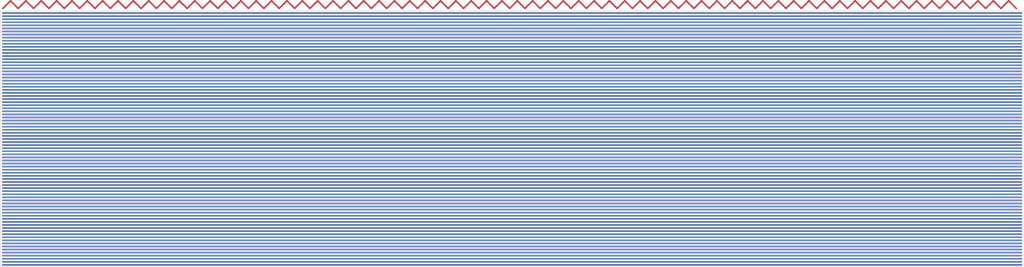
<source format=kicad_pcb>
(kicad_pcb
	(version 20240108)
	(generator "pcbnew")
	(generator_version "8.0")
	(general
		(thickness 1.58)
		(legacy_teardrops no)
	)
	(paper "A4")
	(layers
		(0 "F.Cu" signal)
		(31 "B.Cu" signal)
		(38 "B.Mask" user)
		(39 "F.Mask" user)
		(40 "Dwgs.User" user "User.Drawings")
		(41 "Cmts.User" user "User.Comments")
		(42 "Eco1.User" user "User.Eco1")
		(43 "Eco2.User" user "User.Eco2")
		(44 "Edge.Cuts" user)
		(45 "Margin" user)
		(46 "B.CrtYd" user "B.Courtyard")
		(47 "F.CrtYd" user "F.Courtyard")
		(50 "User.1" user)
		(51 "User.2" user)
		(52 "User.3" user)
		(53 "User.4" user)
		(54 "User.5" user)
		(55 "User.6" user)
		(56 "User.7" user)
		(57 "User.8" user)
		(58 "User.9" user)
	)
	(setup
		(stackup
			(layer "F.Cu"
				(type "copper")
				(thickness 0.035)
			)
			(layer "dielectric 1"
				(type "core")
				(color "Polyimide")
				(thickness 1.51)
				(material "Polyimide")
				(epsilon_r 3.2)
				(loss_tangent 0.004)
			)
			(layer "B.Cu"
				(type "copper")
				(thickness 0.035)
			)
			(copper_finish "None")
			(dielectric_constraints no)
		)
		(pad_to_mask_clearance 0)
		(allow_soldermask_bridges_in_footprints no)
		(pcbplotparams
			(layerselection 0x0001000_7fffffff)
			(plot_on_all_layers_selection 0x0000000_00000000)
			(disableapertmacros no)
			(usegerberextensions no)
			(usegerberattributes yes)
			(usegerberadvancedattributes yes)
			(creategerberjobfile yes)
			(dashed_line_dash_ratio 12.000000)
			(dashed_line_gap_ratio 3.000000)
			(svgprecision 4)
			(plotframeref no)
			(viasonmask no)
			(mode 1)
			(useauxorigin no)
			(hpglpennumber 1)
			(hpglpenspeed 20)
			(hpglpendiameter 15.000000)
			(pdf_front_fp_property_popups yes)
			(pdf_back_fp_property_popups yes)
			(dxfpolygonmode yes)
			(dxfimperialunits yes)
			(dxfusepcbnewfont yes)
			(psnegative no)
			(psa4output no)
			(plotreference yes)
			(plotvalue yes)
			(plotfptext yes)
			(plotinvisibletext no)
			(sketchpadsonfab no)
			(subtractmaskfromsilk no)
			(outputformat 1)
			(mirror no)
			(drillshape 0)
			(scaleselection 1)
			(outputdirectory "")
		)
	)
	(net 0 "")
	(gr_rect
		(start 155.55 80)
		(end 156.45 105)
		(stroke
			(width 0)
			(type solid)
		)
		(fill solid)
		(layer "F.Mask")
		(uuid "02629e1b-7ff5-43c5-8cfa-ca0ae80b0188")
	)
	(gr_rect
		(start 106.55 80)
		(end 107.45 105)
		(stroke
			(width 0)
			(type solid)
		)
		(fill solid)
		(layer "F.Mask")
		(uuid "03cc74fa-8200-4dd2-9fa1-27285e2547c5")
	)
	(gr_rect
		(start 104.55 80)
		(end 105.45 105)
		(stroke
			(width 0)
			(type solid)
		)
		(fill solid)
		(layer "F.Mask")
		(uuid "046e38f5-97be-4f2f-ac5c-82758a9fdcc2")
	)
	(gr_rect
		(start 185.55 80)
		(end 186.45 105)
		(stroke
			(width 0)
			(type solid)
		)
		(fill solid)
		(layer "F.Mask")
		(uuid "0774a4d7-cbca-4c31-ab01-b6d01ba83294")
	)
	(gr_rect
		(start 156.55 80)
		(end 157.45 105)
		(stroke
			(width 0)
			(type solid)
		)
		(fill solid)
		(layer "F.Mask")
		(uuid "09ff83f1-0fda-491f-a390-d29a3e92fa5a")
	)
	(gr_rect
		(start 122.55 80)
		(end 123.45 105)
		(stroke
			(width 0)
			(type solid)
		)
		(fill solid)
		(layer "F.Mask")
		(uuid "0a8c00e5-4db2-4a2a-b227-f560dd3e87e5")
	)
	(gr_rect
		(start 125.55 80)
		(end 126.45 105)
		(stroke
			(width 0)
			(type solid)
		)
		(fill solid)
		(layer "F.Mask")
		(uuid "0f259b21-72f4-4568-a283-456c88f2b91e")
	)
	(gr_rect
		(start 136.55 80)
		(end 137.45 105)
		(stroke
			(width 0)
			(type solid)
		)
		(fill solid)
		(layer "F.Mask")
		(uuid "10ced2f4-1034-418e-80dc-bd41af4a0657")
	)
	(gr_rect
		(start 152.55 80)
		(end 153.45 105)
		(stroke
			(width 0)
			(type solid)
		)
		(fill solid)
		(layer "F.Mask")
		(uuid "1348a07b-a2ce-475f-93c1-855b0717fbd5")
	)
	(gr_rect
		(start 131.55 80)
		(end 132.45 105)
		(stroke
			(width 0)
			(type solid)
		)
		(fill solid)
		(layer "F.Mask")
		(uuid "14b71c28-64d0-40fb-958e-ec3c9976fe3d")
	)
	(gr_rect
		(start 103.55 80)
		(end 104.45 105)
		(stroke
			(width 0)
			(type solid)
		)
		(fill solid)
		(layer "F.Mask")
		(uuid "17fe2e0c-e839-433f-ac7e-146ceaf84331")
	)
	(gr_rect
		(start 183.55 80)
		(end 184.45 105)
		(stroke
			(width 0)
			(type solid)
		)
		(fill solid)
		(layer "F.Mask")
		(uuid "1b66eabc-0743-4640-b070-20c7255b3b33")
	)
	(gr_rect
		(start 116.55 80)
		(end 117.45 105)
		(stroke
			(width 0)
			(type solid)
		)
		(fill solid)
		(layer "F.Mask")
		(uuid "1bf5464d-1d35-4c2a-8792-12dbbe4c8de1")
	)
	(gr_rect
		(start 105.55 80)
		(end 106.45 105)
		(stroke
			(width 0)
			(type solid)
		)
		(fill solid)
		(layer "F.Mask")
		(uuid "1c04eb70-2b4d-496d-8775-5bc2a93c887a")
	)
	(gr_rect
		(start 198.55 80)
		(end 199.45 105)
		(stroke
			(width 0)
			(type solid)
		)
		(fill solid)
		(layer "F.Mask")
		(uuid "1c1f8fb2-5224-44c0-a2fa-743b0e0d7052")
	)
	(gr_rect
		(start 145.55 80)
		(end 146.45 105)
		(stroke
			(width 0)
			(type solid)
		)
		(fill solid)
		(layer "F.Mask")
		(uuid "1c2f3e64-3f8d-4ccf-982e-f75382a539ac")
	)
	(gr_rect
		(start 142.55 80)
		(end 143.45 105)
		(stroke
			(width 0)
			(type solid)
		)
		(fill solid)
		(layer "F.Mask")
		(uuid "1cefd9f5-bbde-4d71-be43-d8e96ee69b65")
	)
	(gr_rect
		(start 135.55 80)
		(end 136.45 105)
		(stroke
			(width 0)
			(type solid)
		)
		(fill solid)
		(layer "F.Mask")
		(uuid "1e81c6c9-49e3-49b4-ba4f-7e71e835ea90")
	)
	(gr_rect
		(start 144.55 80)
		(end 145.45 105)
		(stroke
			(width 0)
			(type solid)
		)
		(fill solid)
		(layer "F.Mask")
		(uuid "267915ac-3c69-49be-b215-4ce74fe83770")
	)
	(gr_rect
		(start 133.55 80)
		(end 134.45 105)
		(stroke
			(width 0)
			(type solid)
		)
		(fill solid)
		(layer "F.Mask")
		(uuid "26b172b4-d00b-4c0f-86c1-b2638c1da90f")
	)
	(gr_rect
		(start 108.55 80)
		(end 109.45 105)
		(stroke
			(width 0)
			(type solid)
		)
		(fill solid)
		(layer "F.Mask")
		(uuid "2eb10bff-771f-4765-9ed6-c4594e455a29")
	)
	(gr_rect
		(start 197.55 80)
		(end 198.45 105)
		(stroke
			(width 0)
			(type solid)
		)
		(fill solid)
		(layer "F.Mask")
		(uuid "2f98800d-b244-4605-9447-9963095f3a8f")
	)
	(gr_rect
		(start 167.55 80)
		(end 168.45 105)
		(stroke
			(width 0)
			(type solid)
		)
		(fill solid)
		(layer "F.Mask")
		(uuid "2ff3dad9-3c48-4758-aceb-4ad318163ef5")
	)
	(gr_rect
		(start 181.55 80)
		(end 182.45 105)
		(stroke
			(width 0)
			(type solid)
		)
		(fill solid)
		(layer "F.Mask")
		(uuid "332c71ad-ebf7-4022-9128-61702eccb5f5")
	)
	(gr_rect
		(start 150.55 80)
		(end 151.45 105)
		(stroke
			(width 0)
			(type solid)
		)
		(fill solid)
		(layer "F.Mask")
		(uuid "36797cef-8e16-404c-8c78-8f76d4404576")
	)
	(gr_rect
		(start 154.55 80)
		(end 155.45 105)
		(stroke
			(width 0)
			(type solid)
		)
		(fill solid)
		(layer "F.Mask")
		(uuid "368c8e6d-b08f-41d1-a218-b90acb7f8815")
	)
	(gr_rect
		(start 112.55 80)
		(end 113.45 105)
		(stroke
			(width 0)
			(type solid)
		)
		(fill solid)
		(layer "F.Mask")
		(uuid "37a69f2b-0ce7-42c3-b286-ae8da2c5dece")
	)
	(gr_rect
		(start 194.55 80)
		(end 195.45 105)
		(stroke
			(width 0)
			(type solid)
		)
		(fill solid)
		(layer "F.Mask")
		(uuid "3e055da7-031c-4d1e-9786-28edfe679f57")
	)
	(gr_rect
		(start 189.55 80)
		(end 190.45 105)
		(stroke
			(width 0)
			(type solid)
		)
		(fill solid)
		(layer "F.Mask")
		(uuid "3e792582-b129-4d0a-9b87-1dd31ca8941a")
	)
	(gr_rect
		(start 161.55 80)
		(end 162.45 105)
		(stroke
			(width 0)
			(type solid)
		)
		(fill solid)
		(layer "F.Mask")
		(uuid "3f6476d9-de85-482d-9052-3c5beec73432")
	)
	(gr_rect
		(start 162.55 80)
		(end 163.45 105)
		(stroke
			(width 0)
			(type solid)
		)
		(fill solid)
		(layer "F.Mask")
		(uuid "437f9493-6bde-49e8-bd1f-18edd25b2bb6")
	)
	(gr_rect
		(start 119.55 80)
		(end 120.45 105)
		(stroke
			(width 0)
			(type solid)
		)
		(fill solid)
		(layer "F.Mask")
		(uuid "4b27f17e-10a0-4c67-9b50-33e5ab175923")
	)
	(gr_rect
		(start 113.55 80)
		(end 114.45 105)
		(stroke
			(width 0)
			(type solid)
		)
		(fill solid)
		(layer "F.Mask")
		(uuid "4bf1aa62-4bac-477b-8e32-b3920744ffce")
	)
	(gr_rect
		(start 130.55 80)
		(end 131.45 105)
		(stroke
			(width 0)
			(type solid)
		)
		(fill solid)
		(layer "F.Mask")
		(uuid "4dd44052-42a0-4c15-a1e8-bcfc63c37b29")
	)
	(gr_rect
		(start 176.55 80)
		(end 177.45 105)
		(stroke
			(width 0)
			(type solid)
		)
		(fill solid)
		(layer "F.Mask")
		(uuid "4dd44386-0283-42aa-9157-3da92fed0310")
	)
	(gr_rect
		(start 124.55 80)
		(end 125.45 105)
		(stroke
			(width 0)
			(type solid)
		)
		(fill solid)
		(layer "F.Mask")
		(uuid "502fef6a-e5ec-4215-9371-5b879a2f291d")
	)
	(gr_rect
		(start 110.55 80)
		(end 111.45 105)
		(stroke
			(width 0)
			(type solid)
		)
		(fill solid)
		(layer "F.Mask")
		(uuid "5565e51b-9fed-40f3-9543-9747127d9a2f")
	)
	(gr_rect
		(start 172.55 80)
		(end 173.45 105)
		(stroke
			(width 0)
			(type solid)
		)
		(fill solid)
		(layer "F.Mask")
		(uuid "573fccfd-abc1-4803-9244-b2fde8aade06")
	)
	(gr_rect
		(start 118.55 80)
		(end 119.45 105)
		(stroke
			(width 0)
			(type solid)
		)
		(fill solid)
		(layer "F.Mask")
		(uuid "58af497e-72a2-4a56-a8a8-ecd88a8a46e4")
	)
	(gr_rect
		(start 160.55 80)
		(end 161.45 105)
		(stroke
			(width 0)
			(type solid)
		)
		(fill solid)
		(layer "F.Mask")
		(uuid "5992fb0f-3a3e-47ed-82e1-c16130c5ce47")
	)
	(gr_rect
		(start 123.55 80)
		(end 124.45 105)
		(stroke
			(width 0)
			(type solid)
		)
		(fill solid)
		(layer "F.Mask")
		(uuid "5cf799f0-c1e9-46b4-bd0c-3708249cc0c7")
	)
	(gr_rect
		(start 193.55 80)
		(end 194.45 105)
		(stroke
			(width 0)
			(type solid)
		)
		(fill solid)
		(layer "F.Mask")
		(uuid "5e2d0e06-5fb0-4a47-9726-b5fff47a20e3")
	)
	(gr_rect
		(start 170.55 80)
		(end 171.45 105)
		(stroke
			(width 0)
			(type solid)
		)
		(fill solid)
		(layer "F.Mask")
		(uuid "63fcccf8-11a3-41a2-9924-4b1f53d716d9")
	)
	(gr_rect
		(start 100.55 80)
		(end 101.45 105)
		(stroke
			(width 0)
			(type solid)
		)
		(fill solid)
		(layer "F.Mask")
		(uuid "6871cee7-cdd0-44c1-90ba-27bc9b4d4f29")
	)
	(gr_rect
		(start 141.55 80)
		(end 142.45 105)
		(stroke
			(width 0)
			(type solid)
		)
		(fill solid)
		(layer "F.Mask")
		(uuid "69ada818-f926-4a81-8b56-82ddceeadfff")
	)
	(gr_rect
		(start 129.55 80)
		(end 130.45 105)
		(stroke
			(width 0)
			(type solid)
		)
		(fill solid)
		(layer "F.Mask")
		(uuid "72502651-4157-473f-9545-13bdbb256c1c")
	)
	(gr_rect
		(start 143.55 80)
		(end 144.45 105)
		(stroke
			(width 0)
			(type solid)
		)
		(fill solid)
		(layer "F.Mask")
		(uuid "763a7a46-3145-4c4a-9b27-3f8f2693479a")
	)
	(gr_rect
		(start 187.55 80)
		(end 188.45 105)
		(stroke
			(width 0)
			(type solid)
		)
		(fill solid)
		(layer "F.Mask")
		(uuid "7a2a0685-49de-4230-a7d9-4e44ec7d54cc")
	)
	(gr_rect
		(start 175.55 80)
		(end 176.45 105)
		(stroke
			(width 0)
			(type solid)
		)
		(fill solid)
		(layer "F.Mask")
		(uuid "7cf01690-e681-4f02-aaa9-2a309930b04b")
	)
	(gr_rect
		(start 178.55 80)
		(end 179.45 105)
		(stroke
			(width 0)
			(type solid)
		)
		(fill solid)
		(layer "F.Mask")
		(uuid "7d992586-8bab-4c85-9f15-cdb5f2f371bb")
	)
	(gr_rect
		(start 173.55 80)
		(end 174.45 105)
		(stroke
			(width 0)
			(type solid)
		)
		(fill solid)
		(layer "F.Mask")
		(uuid "819287af-a4ac-4171-a3ec-dce2a5ca6e04")
	)
	(gr_rect
		(start 146.55 80)
		(end 147.45 105)
		(stroke
			(width 0)
			(type solid)
		)
		(fill solid)
		(layer "F.Mask")
		(uuid "81cb1618-e4c7-4197-b49c-8660257f2044")
	)
	(gr_rect
		(start 107.55 80)
		(end 108.45 105)
		(stroke
			(width 0)
			(type solid)
		)
		(fill solid)
		(layer "F.Mask")
		(uuid "856728c4-a735-4a6c-bdf9-948dde919d76")
	)
	(gr_rect
		(start 177.55 80)
		(end 178.45 105)
		(stroke
			(width 0)
			(type solid)
		)
		(fill solid)
		(layer "F.Mask")
		(uuid "85afdcb7-655a-4793-9f92-7831fc5f3d4f")
	)
	(gr_rect
		(start 151.55 80)
		(end 152.45 105)
		(stroke
			(width 0)
			(type solid)
		)
		(fill solid)
		(layer "F.Mask")
		(uuid "88fe97c1-b6de-4921-b0c4-e70e7a59126d")
	)
	(gr_rect
		(start 137.55 80)
		(end 138.45 105)
		(stroke
			(width 0)
			(type solid)
		)
		(fill solid)
		(layer "F.Mask")
		(uuid "8ce7777e-4314-4409-b3c1-7ed7e28bc387")
	)
	(gr_rect
		(start 166.55 80)
		(end 167.45 105)
		(stroke
			(width 0)
			(type solid)
		)
		(fill solid)
		(layer "F.Mask")
		(uuid "8d2ad412-75f5-4b05-b4d8-a8a9a2f353d5")
	)
	(gr_rect
		(start 149.55 80)
		(end 150.45 105)
		(stroke
			(width 0)
			(type solid)
		)
		(fill solid)
		(layer "F.Mask")
		(uuid "8f92748e-7a7a-4a1c-88ec-a0cb8631bca6")
	)
	(gr_rect
		(start 101.55 80)
		(end 102.45 105)
		(stroke
			(width 0)
			(type solid)
		)
		(fill solid)
		(layer "F.Mask")
		(uuid "937297ae-198d-48dd-a01f-ddee57d16d50")
	)
	(gr_rect
		(start 148.55 80)
		(end 149.45 105)
		(stroke
			(width 0)
			(type solid)
		)
		(fill solid)
		(layer "F.Mask")
		(uuid "9c022d4d-38c1-4267-a9b7-846a16dbb7c6")
	)
	(gr_rect
		(start 127.55 80)
		(end 128.45 105)
		(stroke
			(width 0)
			(type solid)
		)
		(fill solid)
		(layer "F.Mask")
		(uuid "9ce87c71-bfd8-426f-a79f-65d2c777d4be")
	)
	(gr_rect
		(start 191.55 80)
		(end 192.45 105)
		(stroke
			(width 0)
			(type solid)
		)
		(fill solid)
		(layer "F.Mask")
		(uuid "a35e3eba-307f-4ead-9aed-91d176e7726e")
	)
	(gr_rect
		(start 195.55 80)
		(end 196.45 105)
		(stroke
			(width 0)
			(type solid)
		)
		(fill solid)
		(layer "F.Mask")
		(uuid "a38891ac-7322-4042-862c-2a88ea4e090e")
	)
	(gr_rect
		(start 159.55 80)
		(end 160.45 105)
		(stroke
			(width 0)
			(type solid)
		)
		(fill solid)
		(layer "F.Mask")
		(uuid "a60f95e9-5f6a-4b5b-a4ec-83c5fecc6fb9")
	)
	(gr_rect
		(start 114.55 80)
		(end 115.45 105)
		(stroke
			(width 0)
			(type solid)
		)
		(fill solid)
		(layer "F.Mask")
		(uuid "a71ddd23-6ac8-4857-a0ee-b9930f3263d1")
	)
	(gr_rect
		(start 138.55 80)
		(end 139.45 105)
		(stroke
			(width 0)
			(type solid)
		)
		(fill solid)
		(layer "F.Mask")
		(uuid "a7bedef8-ec09-448b-af0e-5f02504c42ea")
	)
	(gr_rect
		(start 188.55 80)
		(end 189.45 105)
		(stroke
			(width 0)
			(type solid)
		)
		(fill solid)
		(layer "F.Mask")
		(uuid "a8f2cc1e-cbc6-4200-83e0-77b69261bcc9")
	)
	(gr_rect
		(start 184.55 80)
		(end 185.45 105)
		(stroke
			(width 0)
			(type solid)
		)
		(fill solid)
		(layer "F.Mask")
		(uuid "ac2b2fb6-3156-4bb0-9056-4cdd2dfb1626")
	)
	(gr_rect
		(start 140.55 80)
		(end 141.45 105)
		(stroke
			(width 0)
			(type solid)
		)
		(fill solid)
		(layer "F.Mask")
		(uuid "accded17-1763-4bbb-8126-5fb37f3a24bc")
	)
	(gr_rect
		(start 102.55 80)
		(end 103.45 105)
		(stroke
			(width 0)
			(type solid)
		)
		(fill solid)
		(layer "F.Mask")
		(uuid "aee23d2a-e8dc-4f0b-91f3-1e58efd08ae7")
	)
	(gr_rect
		(start 171.55 80)
		(end 172.45 105)
		(stroke
			(width 0)
			(type solid)
		)
		(fill solid)
		(layer "F.Mask")
		(uuid "b31c6b2e-6a64-484d-ae80-0e701c65f81e")
	)
	(gr_rect
		(start 190.55 80)
		(end 191.45 105)
		(stroke
			(width 0)
			(type solid)
		)
		(fill solid)
		(layer "F.Mask")
		(uuid "b654047c-4c53-47ca-a03b-befc6bd99c18")
	)
	(gr_rect
		(start 158.55 80)
		(end 159.45 105)
		(stroke
			(width 0)
			(type solid)
		)
		(fill solid)
		(layer "F.Mask")
		(uuid "b7bed25b-763f-4a46-937c-076f1c31ba6c")
	)
	(gr_rect
		(start 179.55 80)
		(end 180.45 105)
		(stroke
			(width 0)
			(type solid)
		)
		(fill solid)
		(layer "F.Mask")
		(uuid "ba90cf4e-bf77-45d4-97a7-dcb53ef71b52")
	)
	(gr_rect
		(start 121.55 80)
		(end 122.45 105)
		(stroke
			(width 0)
			(type solid)
		)
		(fill solid)
		(layer "F.Mask")
		(uuid "bc01fc33-023a-4b0f-bf1d-759544206bb5")
	)
	(gr_rect
		(start 169.55 80)
		(end 170.45 105)
		(stroke
			(width 0)
			(type solid)
		)
		(fill solid)
		(layer "F.Mask")
		(uuid "bc3e33ff-ee81-4ef7-8a61-502d4789eccb")
	)
	(gr_rect
		(start 165.55 80)
		(end 166.45 105)
		(stroke
			(width 0)
			(type solid)
		)
		(fill solid)
		(layer "F.Mask")
		(uuid "bd5ca5db-0a63-4d62-86ee-fac25ae467d0")
	)
	(gr_rect
		(start 115.55 80)
		(end 116.45 105)
		(stroke
			(width 0)
			(type solid)
		)
		(fill solid)
		(layer "F.Mask")
		(uuid "c03aa577-01bb-4ec1-81bb-778437968f86")
	)
	(gr_rect
		(start 180.55 80)
		(end 181.45 105)
		(stroke
			(width 0)
			(type solid)
		)
		(fill solid)
		(layer "F.Mask")
		(uuid "c514f3bd-abb5-4750-b417-c12ee99d4855")
	)
	(gr_rect
		(start 109.55 80)
		(end 110.45 105)
		(stroke
			(width 0)
			(type solid)
		)
		(fill solid)
		(layer "F.Mask")
		(uuid "c5553d5e-f246-406d-a1bc-2f8f309195c4")
	)
	(gr_rect
		(start 126.55 80)
		(end 127.45 105)
		(stroke
			(width 0)
			(type solid)
		)
		(fill solid)
		(layer "F.Mask")
		(uuid "c62a29a6-d88c-49f8-a1b0-711a8763c366")
	)
	(gr_rect
		(start 111.55 80)
		(end 112.45 105)
		(stroke
			(width 0)
			(type solid)
		)
		(fill solid)
		(layer "F.Mask")
		(uuid "c908ca78-a6ce-4884-8e9a-42d7da4608eb")
	)
	(gr_rect
		(start 163.55 80)
		(end 164.45 105)
		(stroke
			(width 0)
			(type solid)
		)
		(fill solid)
		(layer "F.Mask")
		(uuid "ca8148f2-e1ce-414f-a32c-eb50444c071c")
	)
	(gr_rect
		(start 153.55 80)
		(end 154.45 105)
		(stroke
			(width 0)
			(type solid)
		)
		(fill solid)
		(layer "F.Mask")
		(uuid "cd2085ca-5e0b-42e4-9259-409b4f625242")
	)
	(gr_rect
		(start 117.55 80)
		(end 118.45 105)
		(stroke
			(width 0)
			(type solid)
		)
		(fill solid)
		(layer "F.Mask")
		(uuid "d0d983c9-65bc-4c74-ab1b-599cb43a3baf")
	)
	(gr_rect
		(start 164.55 80)
		(end 165.45 105)
		(stroke
			(width 0)
			(type solid)
		)
		(fill solid)
		(layer "F.Mask")
		(uuid "d392da78-43fc-4d6a-9e31-2dd53295d0bd")
	)
	(gr_rect
		(start 147.55 80)
		(end 148.45 105)
		(stroke
			(width 0)
			(type solid)
		)
		(fill solid)
		(layer "F.Mask")
		(uuid "d9ffcd10-64eb-41f1-a5cc-f11759ae875b")
	)
	(gr_rect
		(start 192.55 80)
		(end 193.45 105)
		(stroke
			(width 0)
			(type solid)
		)
		(fill solid)
		(layer "F.Mask")
		(uuid "dbad3d1e-4f3f-45d0-8bf0-32cafe96aae2")
	)
	(gr_rect
		(start 157.55 80)
		(end 158.45 105)
		(stroke
			(width 0)
			(type solid)
		)
		(fill solid)
		(layer "F.Mask")
		(uuid "e1d2de7e-99cc-498b-a2fe-c59ca4b04e4f")
	)
	(gr_rect
		(start 182.55 80)
		(end 183.45 105)
		(stroke
			(width 0)
			(type solid)
		)
		(fill solid)
		(layer "F.Mask")
		(uuid "e44072ca-ffa6-4f69-809c-c0dbc05bfe46")
	)
	(gr_rect
		(start 196.55 80)
		(end 197.45 105)
		(stroke
			(width 0)
			(type solid)
		)
		(fill solid)
		(layer "F.Mask")
		(uuid "e657f9b6-70d0-4503-8a7f-2230bd53e765")
	)
	(gr_rect
		(start 174.55 80)
		(end 175.45 105)
		(stroke
			(width 0)
			(type solid)
		)
		(fill solid)
		(layer "F.Mask")
		(uuid "e818b065-a21f-4ebd-8243-2d89720f7619")
	)
	(gr_rect
		(start 168.55 80)
		(end 169.45 105)
		(stroke
			(width 0)
			(type solid)
		)
		(fill solid)
		(layer "F.Mask")
		(uuid "e9b3b657-b64a-4d8c-a24d-38c083744f5b")
	)
	(gr_rect
		(start 139.55 80)
		(end 140.45 105)
		(stroke
			(width 0)
			(type solid)
		)
		(fill solid)
		(layer "F.Mask")
		(uuid "ea386f37-444d-4ff6-a0dd-8e1f0fecce0d")
	)
	(gr_rect
		(start 128.55 80)
		(end 129.45 105)
		(stroke
			(width 0)
			(type solid)
		)
		(fill solid)
		(layer "F.Mask")
		(uuid "ed40db97-23aa-4aab-a657-9825d4a4ae50")
	)
	(gr_rect
		(start 186.55 80)
		(end 187.45 105)
		(stroke
			(width 0)
			(type solid)
		)
		(fill solid)
		(layer "F.Mask")
		(uuid "edbab599-3d73-41b9-9270-46775c2e14f6")
	)
	(gr_rect
		(start 134.55 80)
		(end 135.45 105)
		(stroke
			(width 0)
			(type solid)
		)
		(fill solid)
		(layer "F.Mask")
		(uuid "f22f27e3-26a5-403e-8a82-db7fc0c9c6c0")
	)
	(gr_rect
		(start 120.55 80)
		(end 121.45 105)
		(stroke
			(width 0)
			(type solid)
		)
		(fill solid)
		(layer "F.Mask")
		(uuid "f2a28a9d-f523-470d-8c71-49500b43dd13")
	)
	(gr_rect
		(start 132.55 80)
		(end 133.45 105)
		(stroke
			(width 0)
			(type solid)
		)
		(fill solid)
		(layer "F.Mask")
		(uuid "f9f48043-4ab9-4695-9f51-58e706563d30")
	)
	(gr_rect
		(start 100 80)
		(end 200 105)
		(stroke
			(width 0.05)
			(type default)
		)
		(fill none)
		(layer "Edge.Cuts")
		(uuid "ac8836c6-cd9e-4944-a255-52a41d959ebd")
	)
	(segment
		(start 119.75 79.75)
		(end 120.5 79)
		(width 0.15)
		(layer "F.Cu")
		(net 0)
		(uuid "027ec9b1-4182-4044-825c-414a0ba04878")
	)
	(segment
		(start 179.75 79.75)
		(end 180.5 79)
		(width 0.15)
		(layer "F.Cu")
		(net 0)
		(uuid "02aa3f88-ed62-4ad1-b2b4-9de38ad54986")
	)
	(segment
		(start 168.5 79)
		(end 169.25 79.75)
		(width 0.15)
		(layer "F.Cu")
		(net 0)
		(uuid "05c175de-7781-4c39-94cd-f4865d2ba753")
	)
	(segment
		(start 100.25 92.5)
		(end 199.75 92.5)
		(width 0.15)
		(layer "F.Cu")
		(net 0)
		(uuid "062105b5-6fa0-4af2-81af-73ab309d7b23")
	)
	(segment
		(start 115.25 79.75)
		(end 116 79)
		(width 0.15)
		(layer "F.Cu")
		(net 0)
		(uuid "06814d06-25cd-4333-9bff-3137212999f7")
	)
	(segment
		(start 150.5 79)
		(end 151.25 79.75)
		(width 0.15)
		(layer "F.Cu")
		(net 0)
		(uuid "08f380ec-8cf0-4a17-b8c9-456f374f21ed")
	)
	(segment
		(start 161 79)
		(end 161.75 79.75)
		(width 0.15)
		(layer "F.Cu")
		(net 0)
		(uuid "0a493cb1-659b-412d-9647-c8af4ee3e3d1")
	)
	(segment
		(start 134.75 79.75)
		(end 135.5 79)
		(width 0.15)
		(layer "F.Cu")
		(net 0)
		(uuid "0a4ae765-e83a-4e1c-a2f8-adcaa516aef6")
	)
	(segment
		(start 140.75 79.75)
		(end 141.5 79)
		(width 0.15)
		(layer "F.Cu")
		(net 0)
		(uuid "0a65f97d-b861-4b82-a023-b6d2106f4a38")
	)
	(segment
		(start 186.5 79)
		(end 187.25 79.75)
		(width 0.15)
		(layer "F.Cu")
		(net 0)
		(uuid "0b3c24d6-40b3-4570-97bf-3474a1aa1a30")
	)
	(segment
		(start 100.25 96.1)
		(end 199.75 96.1)
		(width 0.15)
		(layer "F.Cu")
		(net 0)
		(uuid "0cfc32c3-eef1-49ec-bb40-2bb48e03c473")
	)
	(segment
		(start 100.25 86.2)
		(end 199.75 86.2)
		(width 0.15)
		(layer "F.Cu")
		(net 0)
		(uuid "0dce75b7-0733-409f-b456-2dbe4c7a5b7d")
	)
	(segment
		(start 124.25 79.75)
		(end 125 79)
		(width 0.15)
		(layer "F.Cu")
		(net 0)
		(uuid "0e44bba2-23e4-4a3d-9469-9add7333b01e")
	)
	(segment
		(start 100.25 101.2)
		(end 199.75 101.2)
		(width 0.15)
		(layer "F.Cu")
		(net 0)
		(uuid "0f71de98-f487-49b5-bd80-0855f7c21814")
	)
	(segment
		(start 135.5 79)
		(end 136.25 79.75)
		(width 0.15)
		(layer "F.Cu")
		(net 0)
		(uuid "0fc3ad03-652a-4b2d-934e-5d946c0b59ea")
	)
	(segment
		(start 100.25 85.3)
		(end 199.75 85.3)
		(width 0.15)
		(layer "F.Cu")
		(net 0)
		(uuid "113d3691-19c8-44b1-bd4e-f2db504056c0")
	)
	(segment
		(start 183.5 79)
		(end 184.25 79.75)
		(width 0.15)
		(layer "F.Cu")
		(net 0)
		(uuid "116ec699-c77b-4217-8373-516d6f4cc1ad")
	)
	(segment
		(start 100.25 94)
		(end 199.75 94)
		(width 0.15)
		(layer "F.Cu")
		(net 0)
		(uuid "16266c4b-0fe3-4f33-bc65-81f3c5338f65")
	)
	(segment
		(start 100.25 103)
		(end 199.75 103)
		(width 0.15)
		(layer "F.Cu")
		(net 0)
		(uuid "180bc128-1ce4-4c8e-8f5b-330ae7db57ca")
	)
	(segment
		(start 110.75 79.75)
		(end 111.5 79)
		(width 0.15)
		(layer "F.Cu")
		(net 0)
		(uuid "18445981-a9ea-4d88-b147-3eaba57f8dd0")
	)
	(segment
		(start 138.5 79)
		(end 139.25 79.75)
		(width 0.15)
		(layer "F.Cu")
		(net 0)
		(uuid "18a1ce31-9fce-4fac-9b35-4983e6a70d0f")
	)
	(segment
		(start 148.25 79.75)
		(end 149 79)
		(width 0.15)
		(layer "F.Cu")
		(net 0)
		(uuid "18d31f72-b337-447b-8d87-3983d29c7ea3")
	)
	(segment
		(start 190.25 79.75)
		(end 191 79)
		(width 0.15)
		(layer "F.Cu")
		(net 0)
		(uuid "1943643b-8fea-4e2b-b9fc-6593a22a71b0")
	)
	(segment
		(start 101.75 79.75)
		(end 102.5 79)
		(width 0.15)
		(layer "F.Cu")
		(net 0)
		(uuid "194cb4b9-9f96-45a8-9476-c5d2840b74cc")
	)
	(segment
		(start 100.25 88.3)
		(end 199.75 88.3)
		(width 0.15)
		(layer "F.Cu")
		(net 0)
		(uuid "1a04846b-e6b1-44e5-8db7-ac6000c95729")
	)
	(segment
		(start 100.25 82.6)
		(end 199.75 82.6)
		(width 0.15)
		(layer "F.Cu")
		(net 0)
		(uuid "1a5e0be7-c406-4277-818d-1e8b8560617d")
	)
	(segment
		(start 147.5 79)
		(end 148.25 79.75)
		(width 0.15)
		(layer "F.Cu")
		(net 0)
		(uuid "1cb078f2-204d-4d97-95bb-54d04ffb343a")
	)
	(segment
		(start 162.5 79)
		(end 163.25 79.75)
		(width 0.15)
		(layer "F.Cu")
		(net 0)
		(uuid "1f31ec44-a13e-414c-a5aa-d08e79e8118c")
	)
	(segment
		(start 191 79)
		(end 191.75 79.75)
		(width 0.15)
		(layer "F.Cu")
		(net 0)
		(uuid "222208d9-d58b-4b0a-b9bc-4e892207e3bf")
	)
	(segment
		(start 123.5 79)
		(end 124.25 79.75)
		(width 0.15)
		(layer "F.Cu")
		(net 0)
		(uuid "231c4ea0-2f3e-476a-8f03-a2a082be39f0")
	)
	(segment
		(start 169.25 79.75)
		(end 170 79)
		(width 0.15)
		(layer "F.Cu")
		(net 0)
		(uuid "23511c62-d1a2-41c7-a5b9-1ad262424541")
	)
	(segment
		(start 131 79)
		(end 131.75 79.75)
		(width 0.15)
		(layer "F.Cu")
		(net 0)
		(uuid "2505270f-278f-4fbe-a594-c9974350df12")
	)
	(segment
		(start 100.25 93.7)
		(end 199.75 93.7)
		(width 0.15)
		(layer "F.Cu")
		(net 0)
		(uuid "254a01fe-3c78-4b4d-8616-33f888fe990f")
	)
	(segment
		(start 188.75 79.75)
		(end 189.5 79)
		(width 0.15)
		(layer "F.Cu")
		(net 0)
		(uuid "267c2b1e-2ca3-4eab-9a97-b754446d894d")
	)
	(segment
		(start 122.75 79.75)
		(end 123.5 79)
		(width 0.15)
		(layer "F.Cu")
		(net 0)
		(uuid "2694c546-92f3-4138-96a1-7d90293e8f38")
	)
	(segment
		(start 104.75 79.75)
		(end 105.5 79)
		(width 0.15)
		(layer "F.Cu")
		(net 0)
		(uuid "284764cf-bc05-44fd-8733-b27730966125")
	)
	(segment
		(start 163.25 79.75)
		(end 164 79)
		(width 0.15)
		(layer "F.Cu")
		(net 0)
		(uuid "2871f060-e4ad-47fa-a88d-aeb53ecb9792")
	)
	(segment
		(start 100.25 103.6)
		(end 199.75 103.6)
		(width 0.15)
		(layer "F.Cu")
		(net 0)
		(uuid "28f58591-dcaf-4636-8620-5b9333375832")
	)
	(segment
		(start 100.25 86.8)
		(end 199.75 86.8)
		(width 0.15)
		(layer "F.Cu")
		(net 0)
		(uuid "2b961fd3-70d0-4823-8ab5-9a33c7c582d3")
	)
	(segment
		(start 100.25 97.9)
		(end 199.75 97.9)
		(width 0.15)
		(layer "F.Cu")
		(net 0)
		(uuid "2b97ac58-5596-42b2-95fb-e14ee6971c35")
	)
	(segment
		(start 104 79)
		(end 104.75 79.75)
		(width 0.15)
		(layer "F.Cu")
		(net 0)
		(uuid "2c0af293-8f27-4900-bf5b-47de8ad3fe23")
	)
	(segment
		(start 100.25 89.5)
		(end 199.75 89.5)
		(width 0.15)
		(layer "F.Cu")
		(net 0)
		(uuid "2c2305a8-5607-433e-965b-2d69ff6134b7")
	)
	(segment
		(start 100.25 93.4)
		(end 199.75 93.4)
		(width 0.15)
		(layer "F.Cu")
		(net 0)
		(uuid "2f0a7f76-be91-4c1d-bd43-76eb74f29046")
	)
	(segment
		(start 113.75 79.75)
		(end 114.5 79)
		(width 0.15)
		(layer "F.Cu")
		(net 0)
		(uuid "2f5f6052-82ac-4748-aca7-353416262836")
	)
	(segment
		(start 101 79)
		(end 101.75 79.75)
		(width 0.15)
		(layer "F.Cu")
		(net 0)
		(uuid "2fb0f9f0-f63e-4efa-89bf-8eefa2e09ca1")
	)
	(segment
		(start 100.25 91.6)
		(end 199.75 91.6)
		(width 0.15)
		(layer "F.Cu")
		(net 0)
		(uuid "2fd99fbd-c540-419f-89ca-da5678ea8bb8")
	)
	(segment
		(start 106.25 79.75)
		(end 107 79)
		(width 0.15)
		(layer "F.Cu")
		(net 0)
		(uuid "2fe7e9f1-6499-4585-bd85-7b610c8d7e07")
	)
	(segment
		(start 165.5 79)
		(end 166.25 79.75)
		(width 0.15)
		(layer "F.Cu")
		(net 0)
		(uuid "2fe8eeb9-908a-42ec-b170-a89f52c03059")
	)
	(segment
		(start 129.5 79)
		(end 130.25 79.75)
		(width 0.15)
		(layer "F.Cu")
		(net 0)
		(uuid "3094df38-71c0-47e8-9220-49e95f3a9a73")
	)
	(segment
		(start 149.75 79.75)
		(end 150.5 79)
		(width 0.15)
		(layer "F.Cu")
		(net 0)
		(uuid "31217ce7-01f8-4743-9ebf-0fe401ee1204")
	)
	(segment
		(start 114.5 79)
		(end 115.25 79.75)
		(width 0.15)
		(layer "F.Cu")
		(net 0)
		(uuid "31c3f480-ebaa-495a-9f5a-d3156806600a")
	)
	(segment
		(start 158.75 79.75)
		(end 159.5 79)
		(width 0.15)
		(layer "F.Cu")
		(net 0)
		(uuid "32427377-2d0c-46ba-a3c0-dde7700475a6")
	)
	(segment
		(start 160.25 79.75)
		(end 161 79)
		(width 0.15)
		(layer "F.Cu")
		(net 0)
		(uuid "3286c60f-d5c5-4089-b06a-359191561a88")
	)
	(segment
		(start 112.25 79.75)
		(end 113 79)
		(width 0.15)
		(layer "F.Cu")
		(net 0)
		(uuid "33da123a-7c83-4e6d-8fb7-d60f3c6ff639")
	)
	(segment
		(start 141.5 79)
		(end 142.25 79.75)
		(width 0.15)
		(layer "F.Cu")
		(net 0)
		(uuid "3707c77e-057d-4ac0-8866-ca6435892d57")
	)
	(segment
		(start 100.25 101.8)
		(end 199.75 101.8)
		(width 0.15)
		(layer "F.Cu")
		(net 0)
		(uuid "379fceee-fb22-4937-916a-1588bd6168b9")
	)
	(segment
		(start 100.25 85.9)
		(end 199.75 85.9)
		(width 0.15)
		(layer "F.Cu")
		(net 0)
		(uuid "39c23476-58d5-4f9a-87fc-90f038bc9970")
	)
	(segment
		(start 184.25 79.75)
		(end 185 79)
		(width 0.15)
		(layer "F.Cu")
		(net 0)
		(uuid "3a81825e-2ff1-47c7-b3fd-734a52c49c63")
	)
	(segment
		(start 100.25 98.2)
		(end 199.75 98.2)
		(width 0.15)
		(layer "F.Cu")
		(net 0)
		(uuid "3b70e5a1-40f5-4312-9ddf-6f0b01ffadad")
	)
	(segment
		(start 198.5 79)
		(end 199.25 79.75)
		(width 0.15)
		(layer "F.Cu")
		(net 0)
		(uuid "3c1df664-cddd-485e-93be-1a7813ee508f")
	)
	(segment
		(start 128 79)
		(end 128.75 79.75)
		(width 0.15)
		(layer "F.Cu")
		(net 0)
		(uuid "3d541498-8c09-4098-ab43-40ac1363475d")
	)
	(segment
		(start 113 79)
		(end 113.75 79.75)
		(width 0.15)
		(layer "F.Cu")
		(net 0)
		(uuid "3d84ee00-c598-40c2-8317-cfd42f0d159b")
	)
	(segment
		(start 100.25 89.8)
		(end 199.75 89.8)
		(width 0.15)
		(layer "F.Cu")
		(net 0)
		(uuid "3df2a7b5-ff98-483c-8bec-c3a2e423bb5f")
	)
	(segment
		(start 100.25 91.9)
		(end 199.75 91.9)
		(width 0.15)
		(layer "F.Cu")
		(net 0)
		(uuid "3f368b52-40d0-425d-a1b4-b88eba7a9158")
	)
	(segment
		(start 100.25 80.8)
		(end 199.75 80.8)
		(width 0.15)
		(layer "F.Cu")
		(net 0)
		(uuid "40623b6d-3f0d-4a0c-ad25-e43e7d816072")
	)
	(segment
		(start 173.75 79.75)
		(end 174.5 79)
		(width 0.15)
		(layer "F.Cu")
		(net 0)
		(uuid "41c27bb6-416b-446b-a7fb-2bf096af3142")
	)
	(segment
		(start 146.75 79.75)
		(end 147.5 79)
		(width 0.15)
		(layer "F.Cu")
		(net 0)
		(uuid "424eebbd-a8dc-4b08-8c45-1d25931eac4c")
	)
	(segment
		(start 121.25 79.75)
		(end 122 79)
		(width 0.15)
		(layer "F.Cu")
		(net 0)
		(uuid "48c406c6-b34b-4222-8e22-c7c5d97eeac5")
	)
	(segment
		(start 110 79)
		(end 110.75 79.75)
		(width 0.15)
		(layer "F.Cu")
		(net 0)
		(uuid "49cdefd2-bd5a-4751-8128-5aed29eb93aa")
	)
	(segment
		(start 126.5 79)
		(end 127.25 79.75)
		(width 0.15)
		(layer "F.Cu")
		(net 0)
		(uuid "4a066dd8-bbe7-45f7-bc10-754e52021bde")
	)
	(segment
		(start 132.5 79)
		(end 133.25 79.75)
		(width 0.15)
		(layer "F.Cu")
		(net 0)
		(uuid "4abc31a0-248e-4265-8c73-3256244097a3")
	)
	(segment
		(start 154.25 79.75)
		(end 155 79)
		(width 0.15)
		(layer "F.Cu")
		(net 0)
		(uuid "4b01cd4f-fb98-4fb1-a663-5ccd17a3b25f")
	)
	(segment
		(start 153.5 79)
		(end 154.25 79.75)
		(width 0.15)
		(layer "F.Cu")
		(net 0)
		(uuid "4b33adf9-92e5-4e5d-a8ea-8cd786813e18")
	)
	(segment
		(start 100.25 102.1)
		(end 199.75 102.1)
		(width 0.15)
		(layer "F.Cu")
		(net 0)
		(uuid "4f58ed90-6f7f-429c-a5aa-3b9ff537288d")
	)
	(segment
		(start 100.25 82.3)
		(end 199.75 82.3)
		(width 0.15)
		(layer "F.Cu")
		(net 0)
		(uuid "4fcb138c-9cc6-491c-b275-d1fb0fa628dd")
	)
	(segment
		(start 177.5 79)
		(end 178.25 79.75)
		(width 0.15)
		(layer "F.Cu")
		(net 0)
		(uuid "50fb1026-c2be-4fe7-a9c6-8751dcd84661")
	)
	(segment
		(start 117.5 79)
		(end 118.25 79.75)
		(width 0.15)
		(layer "F.Cu")
		(net 0)
		(uuid "513dbae5-6f44-496f-b980-963ff42229fe")
	)
	(segment
		(start 100.25 103.9)
		(end 199.75 103.9)
		(width 0.15)
		(layer "F.Cu")
		(net 0)
		(uuid "533580aa-a5bf-4c4a-aabb-a35e60e2f9a4")
	)
	(segment
		(start 116 79)
		(end 116.75 79.75)
		(width 0.15)
		(layer "F.Cu")
		(net 0)
		(uuid "56b1ae10-1feb-44ef-b7e4-2045378696b2")
	)
	(segment
		(start 197 79)
		(end 197.75 79.75)
		(width 0.15)
		(layer "F.Cu")
		(net 0)
		(uuid "593db5a7-1508-4b2d-8fdc-e0cab03bf489")
	)
	(segment
		(start 155 79)
		(end 155.75 79.75)
		(width 0.15)
		(layer "F.Cu")
		(net 0)
		(uuid "5a7c8358-efbf-4289-a6ff-bbdcd1e1fdf3")
	)
	(segment
		(start 109.25 79.75)
		(end 110 79)
		(width 0.15)
		(layer "F.Cu")
		(net 0)
		(uuid "5bcd1dbd-865f-4d90-984c-caf1754b9ad5")
	)
	(segment
		(start 100.25 87.4)
		(end 199.75 87.4)
		(width 0.15)
		(layer "F.Cu")
		(net 0)
		(uuid "5f786303-f990-4a53-a757-70ab1dfc762d")
	)
	(segment
		(start 167.75 79.75)
		(end 168.5 79)
		(width 0.15)
		(layer "F.Cu")
		(net 0)
		(uuid "5fcd52b1-5ded-4308-a79c-befa00a07674")
	)
	(segment
		(start 100.25 100)
		(end 199.75 100)
		(width 0.15)
		(layer "F.Cu")
		(net 0)
		(uuid "62ccc69c-c684-4951-b759-38211c2c843e")
	)
	(segment
		(start 143 79)
		(end 143.75 79.75)
		(width 0.15)
		(layer "F.Cu")
		(net 0)
		(uuid "647d37b8-acb6-45c7-8a44-397d918e13bd")
	)
	(segment
		(start 100.25 96.4)
		(end 199.75 96.4)
		(width 0.15)
		(layer "F.Cu")
		(net 0)
		(uuid "6619829c-ab69-49b9-9861-3d74b0592fb3")
	)
	(segment
		(start 197.75 79.75)
		(end 198.5 79)
		(width 0.15)
		(layer "F.Cu")
		(net 0)
		(uuid "663f3388-925a-476d-a88b-059cabe77eda")
	)
	(segment
		(start 100.25 97.3)
		(end 199.75 97.3)
		(width 0.15)
		(layer "F.Cu")
		(net 0)
		(uuid "683bafa5-ddab-4a17-9cdb-9848fae99c22")
	)
	(segment
		(start 100.25 81.7)
		(end 199.75 81.7)
		(width 0.15)
		(layer "F.Cu")
		(net 0)
		(uuid "689e4fd6-98a3-4975-b625-70b59c44bfd3")
	)
	(segment
		(start 100.25 84.1)
		(end 199.75 84.1)
		(width 0.15)
		(layer "F.Cu")
		(net 0)
		(uuid "698a9c60-32ce-471d-90d2-0ffc2e197f31")
	)
	(segment
		(start 175.25 79.75)
		(end 176 79)
		(width 0.15)
		(layer "F.Cu")
		(net 0)
		(uuid "6aef5852-6229-480f-ae73-7e79e1a285a2")
	)
	(segment
		(start 100.25 103.3)
		(end 199.75 103.3)
		(width 0.15)
		(layer "F.Cu")
		(net 0)
		(uuid "6dc93d59-cf8e-4e3a-8169-884129768b1e")
	)
	(segment
		(start 100.25 92.2)
		(end 199.75 92.2)
		(width 0.15)
		(layer "F.Cu")
		(net 0)
		(uuid "6f70bfd3-993d-4252-afbd-065a538cd0db")
	)
	(segment
		(start 145.25 79.75)
		(end 146 79)
		(width 0.15)
		(layer "F.Cu")
		(net 0)
		(uuid "6f913c53-9b81-41fa-a45c-a1f0c94ea7d8")
	)
	(segment
		(start 100.25 85.6)
		(end 199.75 85.6)
		(width 0.15)
		(layer "F.Cu")
		(net 0)
		(uuid "71bc4bd1-96a6-4a55-91b9-1933b16b119a")
	)
	(segment
		(start 100.25 98.5)
		(end 199.75 98.5)
		(width 0.15)
		(layer "F.Cu")
		(net 0)
		(uuid "72528bb1-5afe-41ad-9e44-f0a0ff0deeab")
	)
	(segment
		(start 194 79)
		(end 194.75 79.75)
		(width 0.15)
		(layer "F.Cu")
		(net 0)
		(uuid "7302fc55-6f1c-4c4d-92b7-03ebdf92d2e8")
	)
	(segment
		(start 167 79)
		(end 167.75 79.75)
		(width 0.15)
		(layer "F.Cu")
		(net 0)
		(uuid "7328486c-0760-44f4-a378-e224d50e48e0")
	)
	(segment
		(start 192.5 79)
		(end 193.25 79.75)
		(width 0.15)
		(layer "F.Cu")
		(net 0)
		(uuid "75f1089d-e35c-4b54-95d8-6e820fc64323")
	)
	(segment
		(start 137.75 79.75)
		(end 138.5 79)
		(width 0.15)
		(layer "F.Cu")
		(net 0)
		(uuid "767b0835-a3bb-468d-84bf-b7ee66bca6e1")
	)
	(segment
		(start 100.25 80.2)
		(end 199.75 80.2)
		(width 0.15)
		(layer "F.Cu")
		(net 0)
		(uuid "7805cbc6-8a30-491f-b3f9-c3db2a49181a")
	)
	(segment
		(start 100.25 88.6)
		(end 199.75 88.6)
		(width 0.15)
		(layer "F.Cu")
		(net 0)
		(uuid "78703d90-1407-4986-af1a-511425b1a33c")
	)
	(segment
		(start 100.25 100.3)
		(end 199.75 100.3)
		(width 0.15)
		(layer "F.Cu")
		(net 0)
		(uuid "78e6cccd-b0f7-457a-add2-8bacbbca7ba8")
	)
	(segment
		(start 100.25 82.9)
		(end 199.75 82.9)
		(width 0.15)
		(layer "F.Cu")
		(net 0)
		(uuid "799a0dce-64fb-423c-9c01-7292db5b8da4")
	)
	(segment
		(start 156.5 79)
		(end 157.25 79.75)
		(width 0.15)
		(layer "F.Cu")
		(net 0)
		(uuid "79acbdee-4360-4c9a-bb1b-30b7e2f568c9")
	)
	(segment
		(start 100.25 102.7)
		(end 199.75 102.7)
		(width 0.15)
		(layer "F.Cu")
		(net 0)
		(uuid "7ab411cc-6ffc-4b5c-b223-e350b7a360fe")
	)
	(segment
		(start 188 79)
		(end 188.75 79.75)
		(width 0.15)
		(layer "F.Cu")
		(net 0)
		(uuid "7c82ddc0-af28-42d8-a4e3-b7f06483a9b1")
	)
	(segment
		(start 100.25 94.3)
		(end 199.75 94.3)
		(width 0.15)
		(layer "F.Cu")
		(net 0)
		(uuid "7e5f873d-e4b0-460c-a85a-40532c68465f")
	)
	(segment
		(start 143.75 79.75)
		(end 144.5 79)
		(width 0.15)
		(layer "F.Cu")
		(net 0)
		(uuid "7eb8122f-81c3-467f-b1ef-f226df650514")
	)
	(segment
		(start 108.5 79)
		(end 109.25 79.75)
		(width 0.15)
		(layer "F.Cu")
		(net 0)
		(uuid "82748fe5-d7fb-4185-9774-8e0a7353a41d")
	)
	(segment
		(start 187.25 79.75)
		(end 188 79)
		(width 0.15)
		(layer "F.Cu")
		(net 0)
		(uuid "832d2394-f977-4950-a48d-de4f8e82bb75")
	)
	(segment
		(start 185.75 79.75)
		(end 186.5 79)
		(width 0.15)
		(layer "F.Cu")
		(net 0)
		(uuid "84f8fe8f-4264-4f8e-a835-55cdb373bdac")
	)
	(segment
		(start 100.25 84.7)
		(end 199.75 84.7)
		(width 0.15)
		(layer "F.Cu")
		(net 0)
		(uuid "856c4881-5707-40da-8ba9-293a752dac10")
	)
	(segment
		(start 136.25 79.75)
		(end 137 79)
		(width 0.15)
		(layer "F.Cu")
		(net 0)
		(uuid "877bfb58-7740-4d7d-ab85-83fc013e3e05")
	)
	(segment
		(start 100.25 99.1)
		(end 199.75 99.1)
		(width 0.15)
		(layer "F.Cu")
		(net 0)
		(uuid "8c60e733-8c52-41e5-92e5-2decd7d2d508")
	)
	(segment
		(start 178.25 79.75)
		(end 179 79)
		(width 0.15)
		(layer "F.Cu")
		(net 0)
		(uuid "8da3b5ca-48fd-4adc-8c49-b528fa210beb")
	)
	(segment
		(start 144.5 79)
		(end 145.25 79.75)
		(width 0.15)
		(layer "F.Cu")
		(net 0)
		(uuid "8ee2834d-f8da-44fa-b5a6-2e530a8c6d07")
	)
	(segment
		(start 194.75 79.75)
		(end 195.5 79)
		(width 0.15)
		(layer "F.Cu")
		(net 0)
		(uuid "8f7bb39d-df08-4290-9ad5-7f06c79ca8df")
	)
	(segment
		(start 100.25 87.7)
		(end 199.75 87.7)
		(width 0.15)
		(layer "F.Cu")
		(net 0)
		(uuid "90682cf3-91c1-4634-ba16-98cc7442a031")
	)
	(segment
		(start 103.25 79.75)
		(end 104 79)
		(width 0.15)
		(layer "F.Cu")
		(net 0)
		(uuid "9514165b-2657-47ee-bacd-aee25e02606c")
	)
	(segment
		(start 166.25 79.75)
		(end 167 79)
		(width 0.15)
		(layer "F.Cu")
		(net 0)
		(uuid "956fe54d-d90a-4e7c-82de-28fd87fb9ab6")
	)
	(segment
		(start 196.25 79.75)
		(end 197 79)
		(width 0.15)
		(layer "F.Cu")
		(net 0)
		(uuid "95ed76d7-3c5d-45f3-9f33-4a7d13c4bb5d")
	)
	(segment
		(start 158 79)
		(end 158.75 79.75)
		(width 0.15)
		(layer "F.Cu")
		(net 0)
		(uuid "974e8a56-a611-4104-b675-bf634e16c624")
	)
	(segment
		(start 122 79)
		(end 122.75 79.75)
		(width 0.15)
		(layer "F.Cu")
		(net 0)
		(uuid "977a7e75-cf64-4665-be46-557cea73954f")
	)
	(segment
		(start 100.25 94.9)
		(end 199.75 94.9)
		(width 0.15)
		(layer "F.Cu")
		(net 0)
		(uuid "97b32e8c-a55e-4fcb-9bfa-3658bce1a190")
	)
	(segment
		(start 164.75 79.75)
		(end 165.5 79)
		(width 0.15)
		(layer "F.Cu")
		(net 0)
		(uuid "988f80b8-b20d-41d1-bceb-62b2ac46d5d4")
	)
	(segment
		(start 100.25 83.5)
		(end 199.75 83.5)
		(width 0.15)
		(layer "F.Cu")
		(net 0)
		(uuid "9997c8f5-746b-4afd-84fb-7d8cd2ee80c9")
	)
	(segment
		(start 139.25 79.75)
		(end 140 79)
		(width 0.15)
		(layer "F.Cu")
		(net 0)
		(uuid "9b1150da-47fc-4654-a9bd-f0c1a4c99193")
	)
	(segment
		(start 119 79)
		(end 119.75 79.75)
		(width 0.15)
		(layer "F.Cu")
		(net 0)
		(uuid "9e348e01-ac65-4f78-aff3-2f6a7622c1fc")
	)
	(segment
		(start 100.25 90.7)
		(end 199.75 90.7)
		(width 0.15)
		(layer "F.Cu")
		(net 0)
		(uuid "9f4919e0-4433-4e60-a223-b36228b8f08c")
	)
	(segment
		(start 100.25 90.4)
		(end 199.75 90.4)
		(width 0.15)
		(layer "F.Cu")
		(net 0)
		(uuid "a11e5b3a-7237-4e78-be90-385f6f3e8cbe")
	)
	(segment
		(start 100.25 91.3)
		(end 199.75 91.3)
		(width 0.15)
		(layer "F.Cu")
		(net 0)
		(uuid "a335c3e1-4f02-43e3-8b44-066a78dc0484")
	)
	(segment
		(start 100.25 93.1)
		(end 199.75 93.1)
		(width 0.15)
		(layer "F.Cu")
		(net 0)
		(uuid "a3e32103-ab12-425f-a6ea-50271d59f96d")
	)
	(segment
		(start 157.25 79.75)
		(end 158 79)
		(width 0.15)
		(layer "F.Cu")
		(net 0)
		(uuid "a454ccaf-c2b8-446d-af32-196510441556")
	)
	(segment
		(start 100.25 95.5)
		(end 199.75 95.5)
		(width 0.15)
		(layer "F.Cu")
		(net 0)
		(uuid "a4aedd42-7966-41a2-8ff3-759081531c1b")
	)
	(segment
		(start 125.75 79.75)
		(end 126.5 79)
		(width 0.15)
		(layer "F.Cu")
		(net 0)
		(uuid "a64b7441-adda-4e29-a555-961afd2be737")
	)
	(segment
		(start 116.75 79.75)
		(end 117.5 79)
		(width 0.15)
		(layer "F.Cu")
		(net 0)
		(uuid "a69361a4-2599-46ad-8847-676402ba4c5d")
	)
	(segment
		(start 137 79)
		(end 137.75 79.75)
		(width 0.15)
		(layer "F.Cu")
		(net 0)
		(uuid "a70d8c79-0c75-4350-a017-172b3142aa45")
	)
	(segment
		(start 100.25 104.8)
		(end 199.75 104.8)
		(width 0.15)
		(layer "F.Cu")
		(net 0)
		(uuid "a9a8bb9b-0b64-4836-8fde-12440b3ab565")
	)
	(segment
		(start 174.5 79)
		(end 175.25 79.75)
		(width 0.15)
		(layer "F.Cu")
		(net 0)
		(uuid "a9b5e1b6-87e9-4e7f-90c0-257b70fd0f33")
	)
	(segment
		(start 170 79)
		(end 170.75 79.75)
		(width 0.15)
		(layer "F.Cu")
		(net 0)
		(uuid "a9befa5a-08e7-4b12-b728-cd9fc12e9d05")
	)
	(segment
		(start 107.75 79.75)
		(end 108.5 79)
		(width 0.15)
		(layer "F.Cu")
		(net 0)
		(uuid "a9d8b0a9-33d9-4a30-911d-fbc24b082c81")
	)
	(segment
		(start 146 79)
		(end 146.75 79.75)
		(width 0.15)
		(layer "F.Cu")
		(net 0)
		(uuid "adcd26d5-747c-4955-acb2-bb152916473a")
	)
	(segment
		(start 100.25 84.4)
		(end 199.75 84.4)
		(width 0.15)
		(layer "F.Cu")
		(net 0)
		(uuid "af7e644a-0571-4884-bdef-4e5008b0f717")
	)
	(segment
		(start 125 79)
		(end 125.75 79.75)
		(width 0.15)
		(layer "F.Cu")
		(net 0)
		(uuid "b37284bd-1a82-4186-91a0-66f992199551")
	)
	(segment
		(start 176.75 79.75)
		(end 177.5 79)
		(width 0.15)
		(layer "F.Cu")
		(net 0)
		(uuid "b3d91826-e7f6-451a-a85d-6599a1bcf879")
	)
	(segment
		(start 133.25 79.75)
		(end 134 79)
		(width 0.15)
		(layer "F.Cu")
		(net 0)
		(uuid "b3e1dfd9-203b-494e-9ea5-f2712a35f78f")
	)
	(segment
		(start 100.25 92.8)
		(end 199.75 92.8)
		(width 0.15)
		(layer "F.Cu")
		(net 0)
		(uuid "b4dead33-91b6-41e3-aff8-9742f67efc0b")
	)
	(segment
		(start 100.25 96.7)
		(end 199.75 96.7)
		(width 0.15)
		(layer "F.Cu")
		(net 0)
		(uuid "b523f336-1316-4253-93d8-7a71391b1561")
	)
	(segment
		(start 107 79)
		(end 107.75 79.75)
		(width 0.15)
		(layer "F.Cu")
		(net 0)
		(uuid "b551db5c-9579-4e3e-bc62-06bb506d11f3")
	)
	(segment
		(start 193.25 79.75)
		(end 194 79)
		(width 0.15)
		(layer "F.Cu")
		(net 0)
		(uuid "b5d86a6b-13d4-45f1-83b9-84089afbd145")
	)
	(segment
		(start 100.25 94.6)
		(end 199.75 94.6)
		(width 0.15)
		(layer "F.Cu")
		(net 0)
		(uuid "b7d5bec7-0759-4c50-b44d-50e7ee20dbc3")
	)
	(segment
		(start 100.25 97)
		(end 199.75 97)
		(width 0.15)
		(layer "F.Cu")
		(net 0)
		(uuid "b8b7b4bf-a570-40c1-a507-e29d222914a1")
	)
	(segment
		(start 100.25 81.1)
		(end 199.75 81.1)
		(width 0.15)
		(layer "F.Cu")
		(net 0)
		(uuid "bcfbf921-b12a-46ae-bc56-e36c4bedac4a")
	)
	(segment
		(start 100.25 102.4)
		(end 199.75 102.4)
		(width 0.15)
		(layer "F.Cu")
		(net 0)
		(uuid "bd07e5e1-bd92-4833-9386-ec413c62d6ac")
	)
	(segment
		(start 179 79)
		(end 179.75 79.75)
		(width 0.15)
		(layer "F.Cu")
		(net 0)
		(uuid "be0b5a67-aa59-4bcd-a879-3e2ac63cccc1")
	)
	(segment
		(start 100.25 85)
		(end 199.75 85)
		(width 0.15)
		(layer "F.Cu")
		(net 0)
		(uuid "be3e4fec-7ec3-436f-b337-2073e01491f0")
	)
	(segment
		(start 191.75 79.75)
		(end 192.5 79)
		(width 0.15)
		(layer "F.Cu")
		(net 0)
		(uuid "bedb48fc-11df-4318-96bb-d8a0e3eff14b")
	)
	(segment
		(start 100.25 98.8)
		(end 199.75 98.8)
		(width 0.15)
		(layer "F.Cu")
		(net 0)
		(uuid "bff22f3e-73cd-41f0-b0af-0525ea3f3d48")
	)
	(segment
		(start 180.5 79)
		(end 181.25 79.75)
		(width 0.15)
		(layer "F.Cu")
		(net 0)
		(uuid "c1cb3ae6-5b85-4910-8d7e-580786f518f2")
	)
	(segment
		(start 100.25 89.2)
		(end 199.75 89.2)
		(width 0.15)
		(layer "F.Cu")
		(net 0)
		(uuid "c24f9765-bf6c-4355-9702-bbd9373c6778")
	)
	(segment
		(start 128.75 79.75)
		(end 129.5 79)
		(width 0.15)
		(layer "F.Cu")
		(net 0)
		(uuid "c289009e-04d2-4fb5-8fd8-f53b675cadab")
	)
	(segment
		(start 100.25 86.5)
		(end 199.75 86.5)
		(width 0.15)
		(layer "F.Cu")
		(net 0)
		(uuid "c35577df-b5d4-494b-80b4-a0644a266bbb")
	)
	(segment
		(start 134 79)
		(end 134.75 79.75)
		(width 0.15)
		(layer "F.Cu")
		(net 0)
		(uuid "c452f3c9-0028-466a-ba7f-5315c07dd912")
	)
	(segment
		(start 100.25 79.75)
		(end 101 79)
		(width 0.15)
		(layer "F.Cu")
		(net 0)
		(uuid "c51685ae-eac4-4b4c-8970-8a81883680af")
	)
	(segment
		(start 151.25 79.75)
		(end 152 79)
		(width 0.15)
		(layer "F.Cu")
		(net 0)
		(uuid "c59b8ffb-6eda-456a-852a-49401795495e")
	)
	(segment
		(start 100.25 82)
		(end 199.75 82)
		(width 0.15)
		(layer "F.Cu")
		(net 0)
		(uuid "c878fb5e-c0de-4493-bd5e-c5747bdbe5e7")
	)
	(segment
		(start 100.25 95.8)
		(end 199.75 95.8)
		(width 0.15)
		(layer "F.Cu")
		(net 0)
		(uuid "cadb0c04-142f-4e51-971e-9dd55268c935")
	)
	(segment
		(start 100.25 90.1)
		(end 199.75 90.1)
		(width 0.15)
		(layer "F.Cu")
		(net 0)
		(uuid "cb35b6ec-f9f5-4695-b228-e1028c7b1c2f")
	)
	(segment
		(start 100.25 100.6)
		(end 199.75 100.6)
		(width 0.15)
		(layer "F.Cu")
		(net 0)
		(uuid "cc1fcd3f-31ea-4955-a00f-add9a5dc8846")
	)
	(segment
		(start 100.25 88.9)
		(end 199.75 88.9)
		(width 0.15)
		(layer "F.Cu")
		(net 0)
		(uuid "ccac0dc4-60a1-4de9-8bd4-3233b4479ae1")
	)
	(segment
		(start 111.5 79)
		(end 112.25 79.75)
		(width 0.15)
		(layer "F.Cu")
		(net 0)
		(uuid "cd71e075-3145-4de0-ad24-4ef9456b1976")
	)
	(segment
		(start 159.5 79)
		(end 160.25 79.75)
		(width 0.15)
		(layer "F.Cu")
		(net 0)
		(uuid "cec5ae25-20b0-40cb-9cde-a54c70968251")
	)
	(segment
		(start 182.75 79.75)
		(end 183.5 79)
		(width 0.15)
		(layer "F.Cu")
		(net 0)
		(uuid "cf871365-3675-46b9-8688-7edf9bf1755d")
	)
	(segment
		(start 152 79)
		(end 152.75 79.75)
		(width 0.15)
		(layer "F.Cu")
		(net 0)
		(uuid "d2188987-d040-47aa-a70a-8645d95e16bd")
	)
	(segment
		(start 100.25 99.4)
		(end 199.75 99.4)
		(width 0.15)
		(layer "F.Cu")
		(net 0)
		(uuid "d274a3b1-c0ac-444c-ba39-30f900c90a4e")
	)
	(segment
		(start 161.75 79.75)
		(end 162.5 79)
		(width 0.15)
		(layer "F.Cu")
		(net 0)
		(uuid "d5120ac0-fe25-4aa6-821f-0895a4fc5845")
	)
	(segment
		(start 189.5 79)
		(end 190.25 79.75)
		(width 0.15)
		(layer "F.Cu")
		(net 0)
		(uuid "d6fb0b8c-f176-4a7f-aeed-b8498d4e4cdf")
	)
	(segment
		(start 173 79)
		(end 173.75 79.75)
		(width 0.15)
		(layer "F.Cu")
		(net 0)
		(uuid "d72a41ed-602f-43db-aaa0-9fab0b3cc520")
	)
	(segment
		(start 127.25 79.75)
		(end 128 79)
		(width 0.15)
		(layer "F.Cu")
		(net 0)
		(uuid "d828339b-0b0d-4a67-a7ea-ef07c6999b2d")
	)
	(segment
		(start 142.25 79.75)
		(end 143 79)
		(width 0.15)
		(layer "F.Cu")
		(net 0)
		(uuid "d87fd245-074a-4d48-8cd8-af0c15796462")
	)
	(segment
		(start 149 79)
		(end 149.75 79.75)
		(width 0.15)
		(layer "F.Cu")
		(net 0)
		(uuid "d917ba92-cc65-494b-86c8-b06816c100ce")
	)
	(segment
		(start 181.25 79.75)
		(end 182 79)
		(width 0.15)
		(layer "F.Cu")
		(net 0)
		(uuid "d926aa74-e1f1-4751-aedb-ad2e8c450483")
	)
	(segment
		(start 100.25 83.8)
		(end 199.75 83.8)
		(width 0.15)
		(layer "F.Cu")
		(net 0)
		(uuid "dade97cc-93f8-4180-9fb1-48161561bef9")
	)
	(segment
		(start 170.75 79.75)
		(end 171.5 79)
		(width 0.15)
		(layer "F.Cu")
		(net 0)
		(uuid "dbe8446a-2345-4fe9-98b5-14f563f12c68")
	)
	(segment
		(start 105.5 79)
		(end 106.25 79.75)
		(width 0.15)
		(layer "F.Cu")
		(net 0)
		(uuid "dd854c55-465c-48a3-8c5a-a342d9956b19")
	)
	(segment
		(start 131.75 79.75)
		(end 132.5 79)
		(width 0.15)
		(layer "F.Cu")
		(net 0)
		(uuid "de122ac0-3d3d-4707-80ab-94acc6e30e89")
	)
	(segment
		(start 195.5 79)
		(end 196.25 79.75)
		(width 0.15)
		(layer "F.Cu")
		(net 0)
		(uuid "dea0d450-4cfd-4e52-9628-0ea7b9f8b84f")
	)
	(segment
		(start 172.25 79.75)
		(end 173 79)
		(width 0.15)
		(layer "F.Cu")
		(net 0)
		(uuid "e500bcf3-6573-46e7-b116-930ccd99f933")
	)
	(segment
		(start 100.25 87.1)
		(end 199.75 87.1)
		(width 0.15)
		(layer "F.Cu")
		(net 0)
		(uuid "e74e51ac-56d5-426c-aabe-d1a4b1133299")
	)
	(segment
		(start 171.5 79)
		(end 172.25 79.75)
		(width 0.15)
		(layer "F.Cu")
		(net 0)
		(uuid "e7de2b58-d5b2-4fde-a454-c20eb2406410")
	)
	(segment
		(start 100.25 101.5)
		(end 199.75 101.5)
		(width 0.15)
		(layer "F.Cu")
		(net 0)
		(uuid "e85a3a66-d3b6-4a98-a697-fb9f99ad9c32")
	)
	(segment
		(start 100.25 81.4)
		(end 199.75 81.4)
		(width 0.15)
		(layer "F.Cu")
		(net 0)
		(uuid "e8d2ac19-4f13-43ea-ae1f-6c79569dd93e")
	)
	(segment
		(start 182 79)
		(end 182.75 79.75)
		(width 0.15)
		(layer "F.Cu")
		(net 0)
		(uuid "e8fccb71-dc3e-4cb1-88e8-2d0bf551636c")
	)
	(segment
		(start 100.25 83.2)
		(end 199.75 83.2)
		(width 0.15)
		(layer "F.Cu")
		(net 0)
		(uuid "e916ce0f-b2dd-4c00-a6fe-a7a7552aeb70")
	)
	(segment
		(start 118.25 79.75)
		(end 119 79)
		(width 0.15)
		(layer "F.Cu")
		(net 0)
		(uuid "ebce13b8-a422-4eb0-8623-ae9dd43bef31")
	)
	(segment
		(start 120.5 79)
		(end 121.25 79.75)
		(width 0.15)
		(layer "F.Cu")
		(net 0)
		(uuid "ebdf114f-3aab-474e-ab1a-d8dc812f1e02")
	)
	(segment
		(start 100.25 97.6)
		(end 199.75 97.6)
		(width 0.15)
		(layer "F.Cu")
		(net 0)
		(uuid "ee34acb7-943d-4f97-bab9-da1d761f319f")
	)
	(segment
		(start 152.75 79.75)
		(end 153.5 79)
		(width 0.15)
		(layer "F.Cu")
		(net 0)
		(uuid "ef1fe18a-1e04-4aed-be73-6741a70af5ef")
	)
	(segment
		(start 100.25 80.5)
		(end 199.75 80.5)
		(width 0.15)
		(layer "F.Cu")
		(net 0)
		(uuid "ef703ab9-4935-4123-bcda-62f97f442eed")
	)
	(segment
		(start 185 79)
		(end 185.75 79.75)
		(width 0.15)
		(layer "F.Cu")
		(net 0)
		(uuid "f1672636-6b20-472d-8b2c-920e4d7b869e")
	)
	(segment
		(start 164 79)
		(end 164.75 79.75)
		(width 0.15)
		(layer "F.Cu")
		(net 0)
		(uuid "f494336b-db81-48c0-b360-f89737a85a23")
	)
	(segment
		(start 100.25 95.2)
		(end 199.75 95.2)
		(width 0.15)
		(layer "F.Cu")
		(net 0)
		(uuid "f5701a53-8515-49c7-9b9a-10eb1a5901e9")
	)
	(segment
		(start 100.25 91)
		(end 199.75 91)
		(width 0.15)
		(layer "F.Cu")
		(net 0)
		(uuid "f5ac6db6-4f66-4521-b04f-a04810399c3e")
	)
	(segment
		(start 100.25 88)
		(end 199.75 88)
		(width 0.15)
		(layer "F.Cu")
		(net 0)
		(uuid "f7fb7429-af1a-46bd-a19b-10322e6613ec")
	)
	(segment
		(start 100.25 104.2)
		(end 199.75 104.2)
		(width 0.15)
		(layer "F.Cu")
		(net 0)
		(uuid "f811dec5-c67e-4604-81d9-7108bd96d945")
	)
	(segment
		(start 100.25 99.7)
		(end 199.75 99.7)
		(width 0.15)
		(layer "F.Cu")
		(net 0)
		(uuid "f88188d4-f901-42de-85a0-611ff5c18189")
	)
	(segment
		(start 176 79)
		(end 176.75 79.75)
		(width 0.15)
		(layer "F.Cu")
		(net 0)
		(uuid "f92365d6-64f3-4de1-8b13-394dbd91880e")
	)
	(segment
		(start 140 79)
		(end 140.75 79.75)
		(width 0.15)
		(layer "F.Cu")
		(net 0)
		(uuid "f94cae47-17cd-4fcb-803d-33af204f6405")
	)
	(segment
		(start 100.25 104.5)
		(end 199.75 104.5)
		(width 0.15)
		(layer "F.Cu")
		(net 0)
		(uuid "fb4ae8d4-ce1d-4623-87b5-4820f87f4cdc")
	)
	(segment
		(start 155.75 79.75)
		(end 156.5 79)
		(width 0.15)
		(layer "F.Cu")
		(net 0)
		(uuid "fb64fa2c-b442-4960-a3aa-cac95dad530b")
	)
	(segment
		(start 100.25 100.9)
		(end 199.75 100.9)
		(width 0.15)
		(layer "F.Cu")
		(net 0)
		(uuid "fb6da695-0eeb-4cb9-8270-dc5167818242")
	)
	(segment
		(start 102.5 79)
		(end 103.25 79.75)
		(width 0.15)
		(layer "F.Cu")
		(net 0)
		(uuid "fc120422-0f38-4944-9d7b-26b21b3f9e9c")
	)
	(segment
		(start 130.25 79.75)
		(end 131 79)
		(width 0.15)
		(layer "F.Cu")
		(net 0)
		(uuid "fec7a818-d0f5-4b3e-b87e-189801a9413f")
	)
	(segment
		(start 100.25 103.9)
		(end 199.75 103.9)
		(width 0.15)
		(layer "B.Cu")
		(net 0)
		(uuid "009a3faf-1ed7-4d15-a10f-cd9b4b861757")
	)
	(segment
		(start 100.25 94.9)
		(end 199.75 94.9)
		(width 0.15)
		(layer "B.Cu")
		(net 0)
		(uuid "009cbeeb-06bb-4a9f-a1fd-ddc6c58915e1")
	)
	(segment
		(start 100.25 95.8)
		(end 199.75 95.8)
		(width 0.15)
		(layer "B.Cu")
		(net 0)
		(uuid "063abefa-c990-421b-8b30-01de76f1ed96")
	)
	(segment
		(start 100.25 92.8)
		(end 199.75 92.8)
		(width 0.15)
		(layer "B.Cu")
		(net 0)
		(uuid "097a9f4f-d53f-4bfd-b45e-c06086933a1e")
	)
	(segment
		(start 100.25 87.4)
		(end 199.75 87.4)
		(width 0.15)
		(layer "B.Cu")
		(net 0)
		(uuid "213b52ea-c4e2-403b-94a5-34e3002fc063")
	)
	(segment
		(start 100.25 90.4)
		(end 199.75 90.4)
		(width 0.15)
		(layer "B.Cu")
		(net 0)
		(uuid "220427ee-373b-4c24-aee6-11d19a4eb9b8")
	)
	(segment
		(start 100.25 82.3)
		(end 199.75 82.3)
		(width 0.15)
		(layer "B.Cu")
		(net 0)
		(uuid "24e49603-a0b9-473d-98bf-380086ebf87f")
	)
	(segment
		(start 100.25 102.1)
		(end 199.75 102.1)
		(width 0.15)
		(layer "B.Cu")
		(net 0)
		(uuid "2689f904-56d4-4f32-a70f-be140e207bb2")
	)
	(segment
		(start 100.25 104.5)
		(end 199.75 104.5)
		(width 0.15)
		(layer "B.Cu")
		(net 0)
		(uuid "28aa5183-dff3-4e2a-83a7-d415fd90d09a")
	)
	(segment
		(start 100.25 100.3)
		(end 199.75 100.3)
		(width 0.15)
		(layer "B.Cu")
		(net 0)
		(uuid "29dce234-a229-486c-969e-8be2aeae1d62")
	)
	(segment
		(start 100.25 81.1)
		(end 199.75 81.1)
		(width 0.15)
		(layer "B.Cu")
		(net 0)
		(uuid "30e7f063-36a4-414f-a419-ef0686f628cd")
	)
	(segment
		(start 100.25 101.2)
		(end 199.75 101.2)
		(width 0.15)
		(layer "B.Cu")
		(net 0)
		(uuid "310184e8-ce26-439f-a787-6ec972933482")
	)
	(segment
		(start 100.25 82)
		(end 199.75 82)
		(width 0.15)
		(layer "B.Cu")
		(net 0)
		(uuid "3792489a-127f-4d38-acad-5d3f11c1a6f0")
	)
	(segment
		(start 100.25 96.1)
		(end 199.75 96.1)
		(width 0.15)
		(layer "B.Cu")
		(net 0)
		(uuid "37bc7d87-edf1-4d12-9220-fbdc3ef75e72")
	)
	(segment
		(start 100.25 94)
		(end 199.75 94)
		(width 0.15)
		(layer "B.Cu")
		(net 0)
		(uuid "37bd2a8b-c2f8-4ce3-a09c-144c7a5aefb2")
	)
	(segment
		(start 100.25 97)
		(end 199.75 97)
		(width 0.15)
		(layer "B.Cu")
		(net 0)
		(uuid "39e4c11c-7cbd-49c6-9301-10ccb307fd22")
	)
	(segment
		(start 100.25 93.7)
		(end 199.75 93.7)
		(width 0.15)
		(layer "B.Cu")
		(net 0)
		(uuid "3c3da28c-db64-41fd-982c-695b5442ff42")
	)
	(segment
		(start 100.25 91.3)
		(end 199.75 91.3)
		(width 0.15)
		(layer "B.Cu")
		(net 0)
		(uuid "411e37c7-ca7f-4847-baf8-6d4c86b6bd24")
	)
	(segment
		(start 100.25 85)
		(end 199.75 85)
		(width 0.15)
		(layer "B.Cu")
		(net 0)
		(uuid "4924f138-af4d-4e2d-8826-2833031d55b5")
	)
	(segment
		(start 100.25 99.1)
		(end 199.75 99.1)
		(width 0.15)
		(layer "B.Cu")
		(net 0)
		(uuid "4f1f5d91-ecf2-43a2-ad99-286c3808d58a")
	)
	(segment
		(start 100.25 97.3)
		(end 199.75 97.3)
		(width 0.15)
		(layer "B.Cu")
		(net 0)
		(uuid "50892b6a-a181-4667-a8d7-e68bcb6b2a57")
	)
	(segment
		(start 100.25 86.8)
		(end 199.75 86.8)
		(width 0.15)
		(layer "B.Cu")
		(net 0)
		(uuid "51bb24aa-d7a2-42e5-b45e-a40649249d15")
	)
	(segment
		(start 100.25 99.7)
		(end 199.75 99.7)
		(width 0.15)
		(layer "B.Cu")
		(net 0)
		(uuid "55f99053-b379-4ce8-9196-f8ba0141efcb")
	)
	(segment
		(start 100.25 85.6)
		(end 199.75 85.6)
		(width 0.15)
		(layer "B.Cu")
		(net 0)
		(uuid "58a0cecc-501b-4ec4-a48b-1b2703951e7b")
	)
	(segment
		(start 100.25 84.4)
		(end 199.75 84.4)
		(width 0.15)
		(layer "B.Cu")
		(net 0)
		(uuid "5a9cd7a5-d8e7-4cd4-ab99-50fb8ed7c3cb")
	)
	(segment
		(start 100.25 85.3)
		(end 199.75 85.3)
		(width 0.15)
		(layer "B.Cu")
		(net 0)
		(uuid "5c29541a-9815-40de-b517-43eeda6384d1")
	)
	(segment
		(start 100.25 90.7)
		(end 199.75 90.7)
		(width 0.15)
		(layer "B.Cu")
		(net 0)
		(uuid "5f877ace-18aa-418a-acba-a50da259bf89")
	)
	(segment
		(start 100.25 95.2)
		(end 199.75 95.2)
		(width 0.15)
		(layer "B.Cu")
		(net 0)
		(uuid "6238a841-7ad0-4e32-9833-a6f6f2d7f161")
	)
	(segment
		(start 100.25 88.6)
		(end 199.75 88.6)
		(width 0.15)
		(layer "B.Cu")
		(net 0)
		(uuid "6474c7dd-2a64-4a36-bc2a-20732e27576b")
	)
	(segment
		(start 100.25 96.4)
		(end 199.75 96.4)
		(width 0.15)
		(layer "B.Cu")
		(net 0)
		(uuid "66543fd5-73a0-459b-a94a-0de6a9710373")
	)
	(segment
		(start 100.25 102.4)
		(end 199.75 102.4)
		(width 0.15)
		(layer "B.Cu")
		(net 0)
		(uuid "67586cbb-1b17-45bb-9547-9f1c56406e79")
	)
	(segment
		(start 100.25 100)
		(end 199.75 100)
		(width 0.15)
		(layer "B.Cu")
		(net 0)
		(uuid "6a6395e9-87da-474a-a09f-8143ceeecc4b")
	)
	(segment
		(start 100.25 103.6)
		(end 199.75 103.6)
		(width 0.15)
		(layer "B.Cu")
		(net 0)
		(uuid "6abda445-0f33-49e9-b1e0-59ea9a7c36e5")
	)
	(segment
		(start 100.25 84.1)
		(end 199.75 84.1)
		(width 0.15)
		(layer "B.Cu")
		(net 0)
		(uuid "6b61da37-68e6-4aa9-8898-537f25235c35")
	)
	(segment
		(start 100.25 91)
		(end 199.75 91)
		(width 0.15)
		(layer "B.Cu")
		(net 0)
		(uuid "72db406d-d8e0-4c6e-946c-5b4a61919900")
	)
	(segment
		(start 100.25 88)
		(end 199.75 88)
		(width 0.15)
		(layer "B.Cu")
		(net 0)
		(uuid "789b2230-e171-49bc-9aa6-2115ae8b5c1b")
	)
	(segment
		(start 100.25 82.6)
		(end 199.75 82.6)
		(width 0.15)
		(layer "B.Cu")
		(net 0)
		(uuid "7bb2e291-bf4a-42a5-a7db-f48aca7d28dc")
	)
	(segment
		(start 100.25 85.9)
		(end 199.75 85.9)
		(width 0.15)
		(layer "B.Cu")
		(net 0)
		(uuid "7f508bc5-5228-4cbc-afb0-0e583ebdd1e6")
	)
	(segment
		(start 100.25 104.2)
		(end 199.75 104.2)
		(width 0.15)
		(layer "B.Cu")
		(net 0)
		(uuid "7feaa872-387d-459a-90fc-f9ec163212d8")
	)
	(segment
		(start 100.25 81.4)
		(end 199.75 81.4)
		(width 0.15)
		(layer "B.Cu")
		(net 0)
		(uuid "8669f2e5-7086-4244-884b-c1c1cb73f446")
	)
	(segment
		(start 100.25 80.2)
		(end 199.75 80.2)
		(width 0.15)
		(layer "B.Cu")
		(net 0)
		(uuid "88bd2846-cf74-41fa-84c1-560079168a58")
	)
	(segment
		(start 100.25 99.4)
		(end 199.75 99.4)
		(width 0.15)
		(layer "B.Cu")
		(net 0)
		(uuid "8b24e999-0631-4b25-a22d-0464602012eb")
	)
	(segment
		(start 100.25 93.4)
		(end 199.75 93.4)
		(width 0.15)
		(layer "B.Cu")
		(net 0)
		(uuid "8b67d9a7-7a01-479c-a35f-3c92d6ca5382")
	)
	(segment
		(start 100.25 90.1)
		(end 199.75 90.1)
		(width 0.15)
		(layer "B.Cu")
		(net 0)
		(uuid "8c1af903-a71b-4f68-aed3-c4732911b2b7")
	)
	(segment
		(start 100.25 101.5)
		(end 199.75 101.5)
		(width 0.15)
		(layer "B.Cu")
		(net 0)
		(uuid "8c9c08d8-a38b-4529-92c1-717449589fce")
	)
	(segment
		(start 100.25 88.9)
		(end 199.75 88.9)
		(width 0.15)
		(layer "B.Cu")
		(net 0)
		(uuid "8d995b94-5787-4949-b47d-e46bfe2b786b")
	)
	(segment
		(start 100.25 84.7)
		(end 199.75 84.7)
		(width 0.15)
		(layer "B.Cu")
		(net 0)
		(uuid "8fdc4acc-86d8-4c9a-955e-bce8a4556cc9")
	)
	(segment
		(start 100.25 80.5)
		(end 199.75 80.5)
		(width 0.15)
		(layer "B.Cu")
		(net 0)
		(uuid "8ff0531e-6920-458e-9237-c43fe4f63efb")
	)
	(segment
		(start 100.25 83.2)
		(end 199.75 83.2)
		(width 0.15)
		(layer "B.Cu")
		(net 0)
		(uuid "93b32d2d-f567-451b-9a68-a50065b1c93f")
	)
	(segment
		(start 100.25 86.5)
		(end 199.75 86.5)
		(width 0.15)
		(layer "B.Cu")
		(net 0)
		(uuid "93bb70be-6edf-4df6-b20a-e69e48e5a94d")
	)
	(segment
		(start 100.25 83.5)
		(end 199.75 83.5)
		(width 0.15)
		(layer "B.Cu")
		(net 0)
		(uuid "972c7944-93b3-412b-8649-fe36aa2b2428")
	)
	(segment
		(start 100.25 81.7)
		(end 199.75 81.7)
		(width 0.15)
		(layer "B.Cu")
		(net 0)
		(uuid "9c15f201-86ef-4308-bd01-a9ca8d47e667")
	)
	(segment
		(start 100.25 83.8)
		(end 199.75 83.8)
		(width 0.15)
		(layer "B.Cu")
		(net 0)
		(uuid "9d8a6c89-c5d1-4b4c-8abc-7d50fd98d03e")
	)
	(segment
		(start 100.25 89.8)
		(end 199.75 89.8)
		(width 0.15)
		(layer "B.Cu")
		(net 0)
		(uuid "9ebfc0a9-f049-484d-ba9e-5d84144bb578")
	)
	(segment
		(start 100.25 101.8)
		(end 199.75 101.8)
		(width 0.15)
		(layer "B.Cu")
		(net 0)
		(uuid "a3c680df-ca43-4497-a244-09a99663cdd3")
	)
	(segment
		(start 100.25 104.8)
		(end 199.75 104.8)
		(width 0.15)
		(layer "B.Cu")
		(net 0)
		(uuid "a81de27a-219b-4a34-a552-76fc42444fbc")
	)
	(segment
		(start 100.25 89.5)
		(end 199.75 89.5)
		(width 0.15)
		(layer "B.Cu")
		(net 0)
		(uuid "af1117d8-83f0-48ca-8887-2066735b03bf")
	)
	(segment
		(start 100.25 98.2)
		(end 199.75 98.2)
		(width 0.15)
		(layer "B.Cu")
		(net 0)
		(uuid "b420c143-e38e-4992-abf1-006c1adf5beb")
	)
	(segment
		(start 100.25 98.8)
		(end 199.75 98.8)
		(width 0.15)
		(layer "B.Cu")
		(net 0)
		(uuid "b44e6f10-400d-404d-a07e-0c266d692809")
	)
	(segment
		(start 100.25 82.9)
		(end 199.75 82.9)
		(width 0.15)
		(layer "B.Cu")
		(net 0)
		(uuid "b95ea4fc-c163-42ef-b3e2-968e81b0ca43")
	)
	(segment
		(start 100.25 95.5)
		(end 199.75 95.5)
		(width 0.15)
		(layer "B.Cu")
		(net 0)
		(uuid "b9bdbcee-5596-40b9-b686-4e5673d894c4")
	)
	(segment
		(start 100.25 94.6)
		(end 199.75 94.6)
		(width 0.15)
		(layer "B.Cu")
		(net 0)
		(uuid "baa32c1a-c652-401b-93ae-a225726f1307")
	)
	(segment
		(start 100.25 102.7)
		(end 199.75 102.7)
		(width 0.15)
		(layer "B.Cu")
		(net 0)
		(uuid "bb56f217-546c-4353-986a-d2b557591dcf")
	)
	(segment
		(start 100.25 96.7)
		(end 199.75 96.7)
		(width 0.15)
		(layer "B.Cu")
		(net 0)
		(uuid "bcd80e9c-a79e-4463-bb82-032918aeff94")
	)
	(segment
		(start 100.25 91.6)
		(end 199.75 91.6)
		(width 0.15)
		(layer "B.Cu")
		(net 0)
		(uuid "bd007ad8-c8a6-4c9b-af1e-8fdb63a56222")
	)
	(segment
		(start 100.25 103)
		(end 199.75 103)
		(width 0.15)
		(layer "B.Cu")
		(net 0)
		(uuid "bd6031f4-5580-4ffe-860f-74170a00b1af")
	)
	(segment
		(start 100.25 103.3)
		(end 199.75 103.3)
		(width 0.15)
		(layer "B.Cu")
		(net 0)
		(uuid "bfa74aa1-1acc-40ff-9fa2-48fe14fd664d")
	)
	(segment
		(start 100.25 92.5)
		(end 199.75 92.5)
		(width 0.15)
		(layer "B.Cu")
		(net 0)
		(uuid "c0625d57-4d0e-4894-ac21-abc67d1b26dc")
	)
	(segment
		(start 100.25 100.9)
		(end 199.75 100.9)
		(width 0.15)
		(layer "B.Cu")
		(net 0)
		(uuid "c0c473ea-16c8-4907-96da-23fbfc91e2dc")
	)
	(segment
		(start 100.25 88.3)
		(end 199.75 88.3)
		(width 0.15)
		(layer "B.Cu")
		(net 0)
		(uuid "c5935044-68f6-46de-ab29-a4a4014195a7")
	)
	(segment
		(start 100.25 89.2)
		(end 199.75 89.2)
		(width 0.15)
		(layer "B.Cu")
		(net 0)
		(uuid "c6e94c78-b3c2-4dfc-96f5-bc28e4a7e815")
	)
	(segment
		(start 100.25 92.2)
		(end 199.75 92.2)
		(width 0.15)
		(layer "B.Cu")
		(net 0)
		(uuid "c7380fb6-5650-47f4-ab77-f80ae890a954")
	)
	(segment
		(start 100.25 87.1)
		(end 199.75 87.1)
		(width 0.15)
		(layer "B.Cu")
		(net 0)
		(uuid "c87ec64b-8532-41a0-8749-c058e2c85a21")
	)
	(segment
		(start 100.25 80.8)
		(end 199.75 80.8)
		(width 0.15)
		(layer "B.Cu")
		(net 0)
		(uuid "c95ae906-ce1b-4eec-9afb-939c25433a76")
	)
	(segment
		(start 100.25 97.6)
		(end 199.75 97.6)
		(width 0.15)
		(layer "B.Cu")
		(net 0)
		(uuid "ca91715c-1bee-4ed4-9044-255557a549c9")
	)
	(segment
		(start 100.25 91.9)
		(end 199.75 91.9)
		(width 0.15)
		(layer "B.Cu")
		(net 0)
		(uuid "d87903cd-67a3-4d20-a2f3-780521bec56c")
	)
	(segment
		(start 100.25 87.7)
		(end 199.75 87.7)
		(width 0.15)
		(layer "B.Cu")
		(net 0)
		(uuid "e13fc38e-e227-4001-8b93-37366174ebef")
	)
	(segment
		(start 100.25 98.5)
		(end 199.75 98.5)
		(width 0.15)
		(layer "B.Cu")
		(net 0)
		(uuid "e77538b7-7339-4c5b-b801-7b6ef53ea337")
	)
	(segment
		(start 100.25 97.9)
		(end 199.75 97.9)
		(width 0.15)
		(layer "B.Cu")
		(net 0)
		(uuid "eb8d4714-620c-4ff4-8d88-0beea84961b5")
	)
	(segment
		(start 100.25 94.3)
		(end 199.75 94.3)
		(width 0.15)
		(layer "B.Cu")
		(net 0)
		(uuid "eec4cb5f-da31-43c3-94bb-5c5b96968e83")
	)
	(segment
		(start 100.25 100.6)
		(end 199.75 100.6)
		(width 0.15)
		(layer "B.Cu")
		(net 0)
		(uuid "f13d02ac-a30b-4794-a3f9-98a79f375ca5")
	)
	(segment
		(start 100.25 93.1)
		(end 199.75 93.1)
		(width 0.15)
		(layer "B.Cu")
		(net 0)
		(uuid "fc2a2f10-d3a8-487d-a3d2-3ecd0aba66f0")
	)
	(segment
		(start 100.25 86.2)
		(end 199.75 86.2)
		(width 0.15)
		(layer "B.Cu")
		(net 0)
		(uuid "fd72e92e-5478-4d4a-bc8e-e0c2e8f87638")
	)
)

</source>
